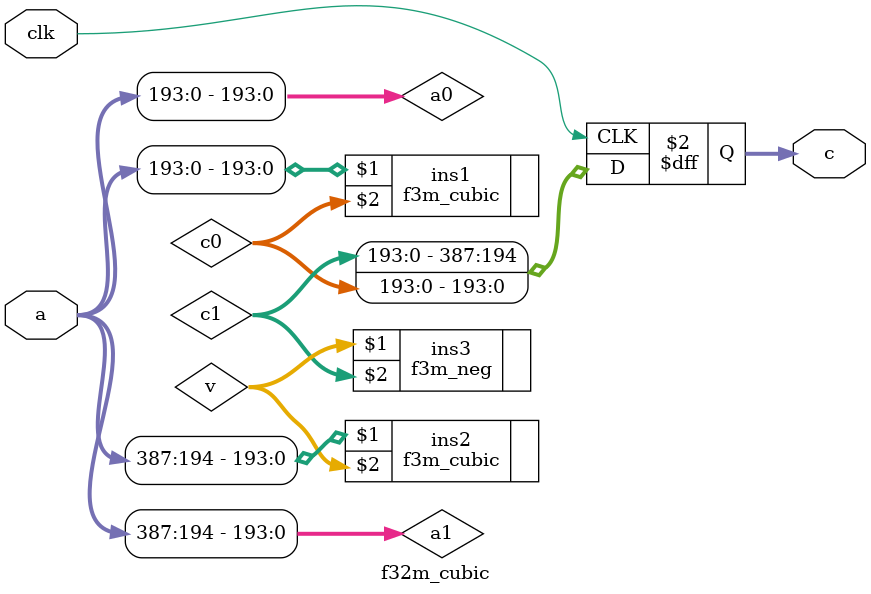
<source format=v>
/*
    Copyright 2011, City University of Hong Kong
    Author is Homer (Dongsheng) Hsing.
 
    This file is part of Tate Bilinear Pairing Core.
 
    Tate Bilinear Pairing Core is free software: you can redistribute it and/or modify
    it under the terms of the GNU Lesser General Public License as published by
    the Free Software Foundation, either version 3 of the License, or
    (at your option) any later version.
 
    Tate Bilinear Pairing Core is distributed in the hope that it will be useful,
    but WITHOUT ANY WARRANTY; without even the implied warranty of
    MERCHANTABILITY or FITNESS FOR A PARTICULAR PURPOSE.  See the
    GNU Lesser General Public License for more details.
 
    You should have received a copy of the GNU Lesser General Public License
    along with Tate Bilinear Pairing Core.  If not, see http://www.gnu.org/licenses/lgpl.txt
*/
 
// PX is the irreducible polynomial
// out = (v0 & l0) | (v1 & l1) | (v2 & l2) | ... | (v5 & l5)
module f32m_mux6(v0, v1, v2, v3, v4, v5, l0, l1, l2, l3, l4, l5, out);
    `define M     97          // M is the degree of the irreducible polynomial
    `define WIDTH (2*`M-1)    // width for a GF(3^M) element
    `define W2    (4*`M-1)    // width for a GF(3^{2*M}) element
    `define W3    (6*`M-1)    // width for a GF(3^{3*M}) element
    `define W6    (12*`M-1)   // width for a GF(3^{6*M}) element
    `define PX    196'h4000000000000000000000000000000000000000001000002 
    input l0, l1, l2, l3, l4, l5;
    input [`W2:0] v0, v1, v2, v3, v4, v5;
    output [`W2:0] out;
    f3m_mux6
        ins1 (v0[`WIDTH:0], v1[`WIDTH:0], v2[`WIDTH:0], 
              v3[`WIDTH:0], v4[`WIDTH:0], v5[`WIDTH:0], 
              l0, l1, l2, l3, l4, l5,
              out[`WIDTH:0]),
        ins2 (v0[`W2:`WIDTH+1], v1[`W2:`WIDTH+1], v2[`W2:`WIDTH+1], 
              v3[`W2:`WIDTH+1], v4[`W2:`WIDTH+1], v5[`W2:`WIDTH+1], 
              l0, l1, l2, l3, l4, l5,
              out[`W2:`WIDTH+1]);
endmodule
 
// C == A+B in GF(3^{2M})
module f32m_add(a, b, c);
    input [`W2:0] a, b;
    output [`W2:0] c;
    f3m_add 
        a1 (a[`W2:`WIDTH+1], b[`W2:`WIDTH+1], c[`W2:`WIDTH+1]),
        a2 (a[`WIDTH:0], b[`WIDTH:0], c[`WIDTH:0]);
endmodule
 
// C = a0 + a1 + a2 in GF(3^{2M})
module f32m_add3(a0, a1, a2, c);
    input [`W2:0] a0, a1, a2;
    output [`W2:0] c;
    wire [`W2:0] t;
    f32m_add
        ins1 (a0, a1, t), // t == a0+a1
        ins2 (t, a2, c);  // c == t+a2 == a0+a1+a2
endmodule
 
// C = a0 + a1 + a2 + a3 in GF(3^{2M})
module f32m_add4(a0, a1, a2, a3, c);
    input [`W2:0] a0, a1, a2, a3;
    output [`W2:0] c;
    wire [`W2:0] t1, t2;
    f32m_add
        ins1 (a0, a1, t1), // t1 == a0+a1
        ins2 (a2, a3, t2), // t2 == a2+a3
        ins3 (t1, t2, c);  // c == t1+t2 == a0+a1+a2+a3
endmodule
 
// c == -a in GF(3^{2M})
module f32m_neg(a, c);
    input [`W2:0] a;
    output [`W2:0] c;
    f3m_neg
        n1 (a[`W2:`WIDTH+1], c[`W2:`WIDTH+1]),
        n2 (a[`WIDTH:0], c[`WIDTH:0]);
endmodule
 
// C == A-B in GF(3^{2M})
module f32m_sub(a, b, c);
    input [`W2:0] a, b;
    output [`W2:0] c;
    f3m_sub 
        s1 (a[`W2:`WIDTH+1], b[`W2:`WIDTH+1], c[`W2:`WIDTH+1]),
        s2 (a[`WIDTH:0], b[`WIDTH:0], c[`WIDTH:0]);
endmodule
 
// C == A*B in GF(3^{2M})
module f32m_mult(clk, reset, a, b, c, done);
    input reset, clk;
    input [`W2:0] a, b;
    output reg [`W2:0] c;
    output reg done;
    wire [`WIDTH:0] a0,a1,b0,b1,c0,c1,
                    v1,v2,v3,v4,v5,v6;
    reg mult_reset;
    wire mult_done, p;
 
    assign {a1,a0} = a;
    assign {b1,b0} = b;
 
    f3m_add
        ins1 (a0, a1, v1), // v1 == a0 + a1
        ins2 (b0, b1, v2), // v2 == b0 + b1
        ins3 (v3, v4, v6); // v6 == v3 + v4 = a0*b0 + a1*b1
    f3m_sub
        ins7 (v5, v6, c1), // c1 == v5 - v6 = (a0+a1) * (b0+b1) - (a0*b0 + a1*b1)
        ins8 (v3, v4, c0); // c0 == a0*b0 - a1*b1
    // v3 == a0 * b0
    // v4 == a1 * b1
    // v5 == v1 * v2 = (a0+a1) * (b0+b1)
    f3m_mult3 
        ins9 (clk, mult_reset, a0, b0, v3, a1, b1, v4, v1, v2, v5, mult_done);
    func6
        ins10 (clk, reset, mult_done, p);
 
    always @ (posedge clk)
        mult_reset <= reset;
 
    always @ (posedge clk)
        if (reset)
            done <= 0;
        else if (p)
          begin
            done <= 1; c <= {c1, c0};
          end
endmodule
 
// C == A^3 in GF(3^{2m})
module f32m_cubic(clk, a, c);
    input clk;
    input [`W2:0] a;
    output reg [`W2:0] c;
    wire [`WIDTH:0] a0,a1,c0,c1,v;
    assign {a1,a0} = a;
    f3m_cubic
        ins1 (a0, c0), // c0 == a0^3
        ins2 (a1, v);  // v == a1^3
    f3m_neg
        ins3 (v, c1);  // c1 == -v == - a1^3
    always @ (posedge clk)
        c <= {c1,c0};
endmodule
</source>
